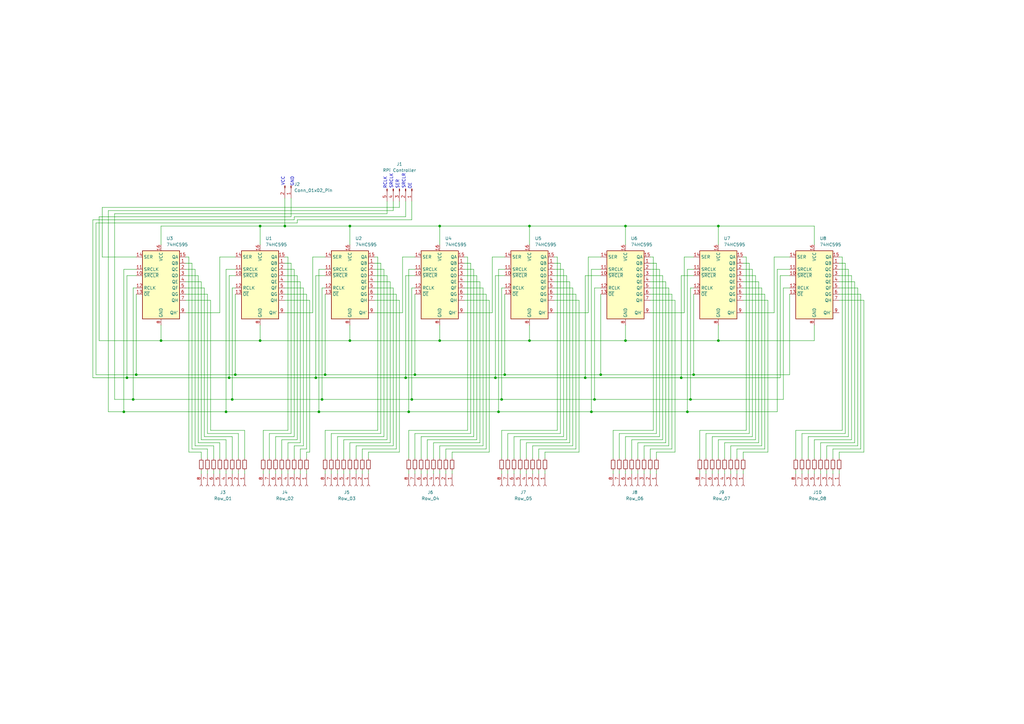
<source format=kicad_sch>
(kicad_sch (version 20230121) (generator eeschema)
  (paper "A3")
  (title_block (title "8x8 Led base Controller Module") (date "2023-12-07") (rev "01") (company "HOLO Cube v1") (comment 1 "Base controller Schematic"))
  (lib_symbols
    (symbol "74xx:74HC595"
      (property "Reference" "U" (at -7.62 13.97 0))
      (property "Value" "74HC595" (at -7.62 -16.51 0))
      (symbol "74HC595_1_0"
        (pin tri_state line (at 10.16 7.62 180) (length 2.54) (name "QB") (number "1"))
        (pin input line (at -10.16 2.54 0) (length 2.54) (name "~{SRCLR}") (number "10"))
        (pin input line (at -10.16 5.08 0) (length 2.54) (name "SRCLK") (number "11"))
        (pin input line (at -10.16 -2.54 0) (length 2.54) (name "RCLK") (number "12"))
        (pin input line (at -10.16 -5.08 0) (length 2.54) (name "~{OE}") (number "13"))
        (pin input line (at -10.16 10.16 0) (length 2.54) (name "SER") (number "14"))
        (pin tri_state line (at 10.16 10.16 180) (length 2.54) (name "QA") (number "15"))
        (pin power_in line (at 0 15.24 270) (length 2.54) (name "VCC") (number "16"))
        (pin tri_state line (at 10.16 5.08 180) (length 2.54) (name "QC") (number "2"))
        (pin tri_state line (at 10.16 2.54 180) (length 2.54) (name "QD") (number "3"))
        (pin tri_state line (at 10.16 0 180) (length 2.54) (name "QE") (number "4"))
        (pin tri_state line (at 10.16 -2.54 180) (length 2.54) (name "QF") (number "5"))
        (pin tri_state line (at 10.16 -5.08 180) (length 2.54) (name "QG") (number "6"))
        (pin tri_state line (at 10.16 -7.62 180) (length 2.54) (name "QH") (number "7"))
        (pin power_in line (at 0 -17.78 90) (length 2.54) (name "GND") (number "8"))
        (pin output line (at 10.16 -12.7 180) (length 2.54) (name "QH'") (number "9"))
      )
    )
    (symbol "Connector:Conn_01x02_Pin" (pin_names (offset 1.016) hide)
      (property "Reference" "J" (at 0 2.54 0))
      (property "Value" "Conn_01x02_Pin" (at 0 -5.08 0))
      (symbol "Conn_01x02_Pin_1_1"
        (pin passive line (at 5.08 0 180) (length 3.81) (name "Pin_1") (number "1"))
        (pin passive line (at 5.08 -2.54 180) (length 3.81) (name "Pin_2") (number "2"))
      )
    )
    (symbol "Connector:Conn_01x05_Pin" (pin_names (offset 1.016) hide)
      (property "Reference" "J" (at 0 7.62 0))
      (property "Value" "Conn_01x05_Pin" (at 0 -7.62 0))
      (symbol "Conn_01x05_Pin_1_1"
        (pin passive line (at 5.08 5.08 180) (length 3.81) (name "Pin_1") (number "1"))
        (pin passive line (at 5.08 2.54 180) (length 3.81) (name "Pin_2") (number "2"))
        (pin passive line (at 5.08 0 180) (length 3.81) (name "Pin_3") (number "3"))
        (pin passive line (at 5.08 -2.54 180) (length 3.81) (name "Pin_4") (number "4"))
        (pin passive line (at 5.08 -5.08 180) (length 3.81) (name "Pin_5") (number "5"))
      )
    )
    (symbol "Connector:Conn_01x08_Socket" (pin_names (offset 1.016) hide)
      (property "Reference" "J" (at 0 10.16 0))
      (property "Value" "Conn_01x08_Socket" (at 0 -12.7 0))
      (symbol "Conn_01x08_Socket_1_1"
        (pin passive line (at -5.08 7.62 0) (length 3.81) (name "Pin_1") (number "1"))
        (pin passive line (at -5.08 5.08 0) (length 3.81) (name "Pin_2") (number "2"))
        (pin passive line (at -5.08 2.54 0) (length 3.81) (name "Pin_3") (number "3"))
        (pin passive line (at -5.08 0 0) (length 3.81) (name "Pin_4") (number "4"))
        (pin passive line (at -5.08 -2.54 0) (length 3.81) (name "Pin_5") (number "5"))
        (pin passive line (at -5.08 -5.08 0) (length 3.81) (name "Pin_6") (number "6"))
        (pin passive line (at -5.08 -7.62 0) (length 3.81) (name "Pin_7") (number "7"))
        (pin passive line (at -5.08 -10.16 0) (length 3.81) (name "Pin_8") (number "8"))
      )
    )
    (symbol "Device:R_Small" (pin_numbers hide) (pin_names (offset 0.254) hide)
      (property "Reference" "R" (at 0.762 0.508 0))
      (property "Value" "R_Small" (at 0.762 -1.016 0))
      (symbol "R_Small_1_1"
        (pin passive line (at 0 2.54 270) (length 0.762) (name "~") (number "1"))
        (pin passive line (at 0 -2.54 90) (length 0.762) (name "~") (number "2"))
      )
    )
  )
  (junction (at 133.35 153.67))
  (junction (at 92.71 168.91))
  (junction (at 55.88 153.67))
  (junction (at 217.17 139.7))
  (junction (at 240.03 154.94))
  (junction (at 143.51 139.7))
  (junction (at 256.54 92.71))
  (junction (at 279.4 154.94))
  (junction (at 132.08 163.83))
  (junction (at 143.51 92.71))
  (junction (at 281.94 168.91))
  (junction (at 180.34 139.7))
  (junction (at 246.38 153.67))
  (junction (at 256.54 139.7))
  (junction (at 180.34 92.71))
  (junction (at 204.47 168.91))
  (junction (at 170.18 153.67))
  (junction (at 52.07 154.94))
  (junction (at 54.61 163.83))
  (junction (at 106.68 92.71))
  (junction (at 116.84 92.71))
  (junction (at 106.68 139.7))
  (junction (at 283.21 163.83))
  (junction (at 243.84 163.83))
  (junction (at 284.48 153.67))
  (junction (at 242.57 168.91))
  (junction (at 168.91 163.83))
  (junction (at 166.37 154.94))
  (junction (at 207.01 153.67))
  (junction (at 50.8 168.91))
  (junction (at 203.2 154.94))
  (junction (at 130.81 168.91))
  (junction (at 294.64 92.71))
  (junction (at 217.17 92.71))
  (junction (at 96.52 153.67))
  (junction (at 66.04 139.7))
  (junction (at 294.64 139.7))
  (junction (at 95.25 163.83))
  (junction (at 167.64 168.91))
  (junction (at 129.54 154.94))
  (junction (at 93.98 154.94))
  (junction (at 205.74 163.83))
  (wire (pts (xy 92.71 180.34) (xy 92.71 187.96)))
  (wire (pts (xy 165.1 105.41) (xy 170.18 105.41)))
  (wire (pts (xy 205.74 176.53) (xy 205.74 187.96)))
  (wire (pts (xy 266.7 113.03) (xy 271.78 113.03)))
  (wire (pts (xy 270.51 110.49) (xy 270.51 179.07)))
  (wire (pts (xy 299.72 193.04) (xy 299.72 194.31)))
  (wire (pts (xy 242.57 168.91) (xy 281.94 168.91)))
  (wire (pts (xy 266.7 110.49) (xy 270.51 110.49)))
  (wire (pts (xy 190.5 113.03) (xy 195.58 113.03)))
  (wire (pts (xy 143.51 139.7) (xy 180.34 139.7)))
  (wire (pts (xy 190.5 105.41) (xy 191.77 105.41)))
  (wire (pts (xy 153.67 110.49) (xy 157.48 110.49)))
  (wire (pts (xy 283.21 163.83) (xy 321.31 163.83)))
  (wire (pts (xy 344.17 185.42) (xy 344.17 187.96)))
  (wire (pts (xy 266.7 115.57) (xy 273.05 115.57)))
  (wire (pts (xy 304.8 123.19) (xy 314.96 123.19)))
  (wire (pts (xy 349.25 113.03) (xy 349.25 180.34)))
  (wire (pts (xy 161.29 86.36) (xy 44.45 86.36)))
  (wire (pts (xy 140.97 180.34) (xy 140.97 187.96)))
  (wire (pts (xy 92.71 110.49) (xy 92.71 168.91)))
  (wire (pts (xy 116.84 115.57) (xy 123.19 115.57)))
  (wire (pts (xy 170.18 193.04) (xy 170.18 194.31)))
  (wire (pts (xy 292.1 179.07) (xy 292.1 187.96)))
  (wire (pts (xy 50.8 168.91) (xy 92.71 168.91)))
  (wire (pts (xy 162.56 120.65) (xy 162.56 184.15)))
  (wire (pts (xy 271.78 180.34) (xy 259.08 180.34)))
  (wire (pts (xy 120.65 182.88) (xy 120.65 187.96)))
  (wire (pts (xy 129.54 154.94) (xy 166.37 154.94)))
  (wire (pts (xy 92.71 193.04) (xy 92.71 194.31)))
  (wire (pts (xy 241.3 105.41) (xy 246.38 105.41)))
  (wire (pts (xy 52.07 154.94) (xy 93.98 154.94)))
  (wire (pts (xy 143.51 92.71) (xy 143.51 100.33)))
  (wire (pts (xy 55.88 153.67) (xy 96.52 153.67)))
  (wire (pts (xy 351.79 182.88) (xy 339.09 182.88)))
  (wire (pts (xy 256.54 133.35) (xy 256.54 139.7)))
  (wire (pts (xy 133.35 176.53) (xy 133.35 187.96)))
  (wire (pts (xy 182.88 193.04) (xy 182.88 194.31)))
  (wire (pts (xy 39.37 91.44) (xy 39.37 153.67)))
  (wire (pts (xy 294.64 180.34) (xy 294.64 187.96)))
  (wire (pts (xy 190.5 110.49) (xy 194.31 110.49)))
  (wire (pts (xy 269.24 185.42) (xy 269.24 187.96)))
  (wire (pts (xy 294.64 139.7) (xy 334.01 139.7)))
  (wire (pts (xy 168.91 118.11) (xy 168.91 163.83)))
  (wire (pts (xy 190.5 115.57) (xy 196.85 115.57)))
  (wire (pts (xy 323.85 110.49) (xy 318.77 110.49)))
  (wire (pts (xy 180.34 139.7) (xy 217.17 139.7)))
  (wire (pts (xy 240.03 154.94) (xy 279.4 154.94)))
  (wire (pts (xy 116.84 92.71) (xy 143.51 92.71)))
  (wire (pts (xy 127 185.42) (xy 125.73 185.42)))
  (wire (pts (xy 55.88 118.11) (xy 54.61 118.11)))
  (wire (pts (xy 90.17 193.04) (xy 90.17 194.31)))
  (wire (pts (xy 347.98 179.07) (xy 331.47 179.07)))
  (wire (pts (xy 328.93 177.8) (xy 328.93 187.96)))
  (wire (pts (xy 163.83 123.19) (xy 163.83 185.42)))
  (wire (pts (xy 223.52 193.04) (xy 223.52 194.31)))
  (wire (pts (xy 76.2 115.57) (xy 82.55 115.57)))
  (wire (pts (xy 344.17 123.19) (xy 354.33 123.19)))
  (wire (pts (xy 274.32 118.11) (xy 274.32 182.88)))
  (wire (pts (xy 266.7 105.41) (xy 267.97 105.41)))
  (wire (pts (xy 346.71 107.95) (xy 346.71 177.8)))
  (wire (pts (xy 251.46 193.04) (xy 251.46 194.31)))
  (wire (pts (xy 207.01 110.49) (xy 204.47 110.49)))
  (wire (pts (xy 120.65 90.17) (xy 38.1 90.17)))
  (wire (pts (xy 163.83 82.55) (xy 163.83 85.09)))
  (wire (pts (xy 283.21 118.11) (xy 283.21 163.83)))
  (wire (pts (xy 185.42 185.42) (xy 185.42 187.96)))
  (wire (pts (xy 246.38 113.03) (xy 240.03 113.03)))
  (wire (pts (xy 242.57 110.49) (xy 242.57 168.91)))
  (wire (pts (xy 90.17 128.27) (xy 90.17 105.41)))
  (wire (pts (xy 199.39 120.65) (xy 199.39 184.15)))
  (wire (pts (xy 80.01 182.88) (xy 87.63 182.88)))
  (wire (pts (xy 120.65 193.04) (xy 120.65 194.31)))
  (wire (pts (xy 227.33 113.03) (xy 232.41 113.03)))
  (wire (pts (xy 121.92 91.44) (xy 39.37 91.44)))
  (wire (pts (xy 163.83 85.09) (xy 41.91 85.09)))
  (wire (pts (xy 116.84 105.41) (xy 118.11 105.41)))
  (wire (pts (xy 281.94 110.49) (xy 281.94 168.91)))
  (wire (pts (xy 76.2 110.49) (xy 80.01 110.49)))
  (wire (pts (xy 220.98 184.15) (xy 220.98 187.96)))
  (wire (pts (xy 344.17 120.65) (xy 353.06 120.65)))
  (wire (pts (xy 284.48 153.67) (xy 323.85 153.67)))
  (wire (pts (xy 156.21 177.8) (xy 135.89 177.8)))
  (wire (pts (xy 182.88 184.15) (xy 182.88 187.96)))
  (wire (pts (xy 153.67 123.19) (xy 163.83 123.19)))
  (wire (pts (xy 156.21 107.95) (xy 156.21 177.8)))
  (wire (pts (xy 200.66 123.19) (xy 200.66 185.42)))
  (wire (pts (xy 344.17 113.03) (xy 349.25 113.03)))
  (wire (pts (xy 284.48 120.65) (xy 284.48 153.67)))
  (wire (pts (xy 133.35 153.67) (xy 170.18 153.67)))
  (wire (pts (xy 220.98 193.04) (xy 220.98 194.31)))
  (wire (pts (xy 119.38 107.95) (xy 119.38 177.8)))
  (wire (pts (xy 161.29 182.88) (xy 146.05 182.88)))
  (wire (pts (xy 123.19 193.04) (xy 123.19 194.31)))
  (wire (pts (xy 96.52 110.49) (xy 92.71 110.49)))
  (wire (pts (xy 39.37 153.67) (xy 55.88 153.67)))
  (wire (pts (xy 284.48 113.03) (xy 279.4 113.03)))
  (wire (pts (xy 116.84 123.19) (xy 127 123.19)))
  (wire (pts (xy 341.63 184.15) (xy 341.63 187.96)))
  (wire (pts (xy 302.26 184.15) (xy 302.26 187.96)))
  (wire (pts (xy 200.66 185.42) (xy 185.42 185.42)))
  (wire (pts (xy 266.7 118.11) (xy 274.32 118.11)))
  (wire (pts (xy 261.62 193.04) (xy 261.62 194.31)))
  (wire (pts (xy 170.18 120.65) (xy 170.18 153.67)))
  (wire (pts (xy 82.55 115.57) (xy 82.55 180.34)))
  (wire (pts (xy 294.64 92.71) (xy 334.01 92.71)))
  (wire (pts (xy 130.81 110.49) (xy 130.81 168.91)))
  (wire (pts (xy 312.42 182.88) (xy 299.72 182.88)))
  (wire (pts (xy 354.33 123.19) (xy 354.33 185.42)))
  (wire (pts (xy 269.24 107.95) (xy 269.24 177.8)))
  (wire (pts (xy 97.79 177.8) (xy 97.79 187.96)))
  (wire (pts (xy 284.48 118.11) (xy 283.21 118.11)))
  (wire (pts (xy 266.7 184.15) (xy 266.7 187.96)))
  (wire (pts (xy 118.11 181.61) (xy 118.11 187.96)))
  (wire (pts (xy 218.44 182.88) (xy 218.44 187.96)))
  (wire (pts (xy 313.69 120.65) (xy 313.69 184.15)))
  (wire (pts (xy 229.87 177.8) (xy 208.28 177.8)))
  (wire (pts (xy 204.47 110.49) (xy 204.47 168.91)))
  (wire (pts (xy 118.11 176.53) (xy 107.95 176.53)))
  (wire (pts (xy 237.49 123.19) (xy 237.49 185.42)))
  (wire (pts (xy 100.33 176.53) (xy 100.33 187.96)))
  (wire (pts (xy 113.03 179.07) (xy 113.03 187.96)))
  (wire (pts (xy 334.01 180.34) (xy 334.01 187.96)))
  (wire (pts (xy 116.84 128.27) (xy 128.27 128.27)))
  (wire (pts (xy 191.77 176.53) (xy 167.64 176.53)))
  (wire (pts (xy 229.87 107.95) (xy 229.87 177.8)))
  (wire (pts (xy 190.5 123.19) (xy 200.66 123.19)))
  (wire (pts (xy 339.09 182.88) (xy 339.09 187.96)))
  (wire (pts (xy 190.5 118.11) (xy 198.12 118.11)))
  (wire (pts (xy 341.63 193.04) (xy 341.63 194.31)))
  (wire (pts (xy 318.77 110.49) (xy 318.77 168.91)))
  (wire (pts (xy 198.12 182.88) (xy 180.34 182.88)))
  (wire (pts (xy 80.01 110.49) (xy 80.01 182.88)))
  (wire (pts (xy 55.88 120.65) (xy 55.88 153.67)))
  (wire (pts (xy 170.18 118.11) (xy 168.91 118.11)))
  (wire (pts (xy 334.01 193.04) (xy 334.01 194.31)))
  (wire (pts (xy 279.4 113.03) (xy 279.4 154.94)))
  (wire (pts (xy 273.05 181.61) (xy 261.62 181.61)))
  (wire (pts (xy 153.67 118.11) (xy 161.29 118.11)))
  (wire (pts (xy 54.61 163.83) (xy 95.25 163.83)))
  (wire (pts (xy 146.05 182.88) (xy 146.05 187.96)))
  (wire (pts (xy 170.18 153.67) (xy 207.01 153.67)))
  (wire (pts (xy 158.75 82.55) (xy 158.75 87.63)))
  (wire (pts (xy 294.64 193.04) (xy 294.64 194.31)))
  (wire (pts (xy 170.18 110.49) (xy 167.64 110.49)))
  (wire (pts (xy 251.46 176.53) (xy 251.46 187.96)))
  (wire (pts (xy 351.79 118.11) (xy 351.79 182.88)))
  (wire (pts (xy 77.47 105.41) (xy 77.47 185.42)))
  (wire (pts (xy 127 123.19) (xy 127 185.42)))
  (wire (pts (xy 96.52 153.67) (xy 133.35 153.67)))
  (wire (pts (xy 66.04 133.35) (xy 66.04 139.7)))
  (wire (pts (xy 196.85 115.57) (xy 196.85 181.61)))
  (wire (pts (xy 133.35 120.65) (xy 133.35 153.67)))
  (wire (pts (xy 77.47 185.42) (xy 82.55 185.42)))
  (wire (pts (xy 276.86 123.19) (xy 276.86 185.42)))
  (wire (pts (xy 135.89 193.04) (xy 135.89 194.31)))
  (wire (pts (xy 180.34 92.71) (xy 217.17 92.71)))
  (wire (pts (xy 336.55 193.04) (xy 336.55 194.31)))
  (wire (pts (xy 121.92 180.34) (xy 115.57 180.34)))
  (wire (pts (xy 177.8 181.61) (xy 177.8 187.96)))
  (wire (pts (xy 215.9 181.61) (xy 215.9 187.96)))
  (wire (pts (xy 193.04 107.95) (xy 193.04 177.8)))
  (wire (pts (xy 294.64 133.35) (xy 294.64 139.7)))
  (wire (pts (xy 270.51 179.07) (xy 256.54 179.07)))
  (wire (pts (xy 266.7 128.27) (xy 280.67 128.27)))
  (wire (pts (xy 125.73 185.42) (xy 125.73 187.96)))
  (wire (pts (xy 185.42 193.04) (xy 185.42 194.31)))
  (wire (pts (xy 130.81 168.91) (xy 167.64 168.91)))
  (wire (pts (xy 317.5 105.41) (xy 323.85 105.41)))
  (wire (pts (xy 116.84 81.28) (xy 116.84 92.71)))
  (wire (pts (xy 125.73 184.15) (xy 123.19 184.15)))
  (wire (pts (xy 191.77 105.41) (xy 191.77 176.53)))
  (wire (pts (xy 76.2 128.27) (xy 90.17 128.27)))
  (wire (pts (xy 205.74 118.11) (xy 205.74 163.83)))
  (wire (pts (xy 175.26 180.34) (xy 175.26 187.96)))
  (wire (pts (xy 76.2 120.65) (xy 85.09 120.65)))
  (wire (pts (xy 328.93 193.04) (xy 328.93 194.31)))
  (wire (pts (xy 172.72 193.04) (xy 172.72 194.31)))
  (wire (pts (xy 236.22 120.65) (xy 236.22 184.15)))
  (wire (pts (xy 125.73 120.65) (xy 125.73 184.15)))
  (wire (pts (xy 198.12 118.11) (xy 198.12 182.88)))
  (wire (pts (xy 208.28 193.04) (xy 208.28 194.31)))
  (wire (pts (xy 66.04 92.71) (xy 66.04 100.33)))
  (wire (pts (xy 196.85 181.61) (xy 177.8 181.61)))
  (wire (pts (xy 312.42 118.11) (xy 312.42 182.88)))
  (wire (pts (xy 331.47 193.04) (xy 331.47 194.31)))
  (wire (pts (xy 289.56 177.8) (xy 289.56 187.96)))
  (wire (pts (xy 304.8 113.03) (xy 309.88 113.03)))
  (wire (pts (xy 76.2 113.03) (xy 81.28 113.03)))
  (wire (pts (xy 85.09 120.65) (xy 85.09 177.8)))
  (wire (pts (xy 161.29 118.11) (xy 161.29 182.88)))
  (wire (pts (xy 256.54 92.71) (xy 294.64 92.71)))
  (wire (pts (xy 78.74 107.95) (xy 78.74 184.15)))
  (wire (pts (xy 345.44 176.53) (xy 326.39 176.53)))
  (wire (pts (xy 269.24 193.04) (xy 269.24 194.31)))
  (wire (pts (xy 299.72 182.88) (xy 299.72 187.96)))
  (wire (pts (xy 180.34 100.33) (xy 180.34 92.71)))
  (wire (pts (xy 76.2 107.95) (xy 78.74 107.95)))
  (wire (pts (xy 309.88 180.34) (xy 294.64 180.34)))
  (wire (pts (xy 194.31 110.49) (xy 194.31 179.07)))
  (wire (pts (xy 213.36 193.04) (xy 213.36 194.31)))
  (wire (pts (xy 227.33 128.27) (xy 241.3 128.27)))
  (wire (pts (xy 323.85 120.65) (xy 323.85 153.67)))
  (wire (pts (xy 163.83 185.42) (xy 151.13 185.42)))
  (wire (pts (xy 107.95 176.53) (xy 107.95 187.96)))
  (wire (pts (xy 231.14 179.07) (xy 210.82 179.07)))
  (wire (pts (xy 284.48 110.49) (xy 281.94 110.49)))
  (wire (pts (xy 326.39 193.04) (xy 326.39 194.31)))
  (wire (pts (xy 232.41 180.34) (xy 213.36 180.34)))
  (wire (pts (xy 153.67 107.95) (xy 156.21 107.95)))
  (wire (pts (xy 246.38 110.49) (xy 242.57 110.49)))
  (wire (pts (xy 304.8 118.11) (xy 312.42 118.11)))
  (wire (pts (xy 349.25 180.34) (xy 334.01 180.34)))
  (wire (pts (xy 148.59 193.04) (xy 148.59 194.31)))
  (wire (pts (xy 107.95 193.04) (xy 107.95 194.31)))
  (wire (pts (xy 52.07 113.03) (xy 52.07 154.94)))
  (wire (pts (xy 304.8 107.95) (xy 307.34 107.95)))
  (wire (pts (xy 215.9 193.04) (xy 215.9 194.31)))
  (wire (pts (xy 323.85 113.03) (xy 320.04 113.03)))
  (wire (pts (xy 294.64 92.71) (xy 294.64 100.33)))
  (wire (pts (xy 110.49 177.8) (xy 110.49 187.96)))
  (wire (pts (xy 133.35 118.11) (xy 132.08 118.11)))
  (wire (pts (xy 116.84 120.65) (xy 125.73 120.65)))
  (wire (pts (xy 281.94 168.91) (xy 318.77 168.91)))
  (wire (pts (xy 280.67 105.41) (xy 284.48 105.41)))
  (wire (pts (xy 132.08 118.11) (xy 132.08 163.83)))
  (wire (pts (xy 227.33 115.57) (xy 233.68 115.57)))
  (wire (pts (xy 304.8 193.04) (xy 304.8 194.31)))
  (wire (pts (xy 87.63 182.88) (xy 87.63 187.96)))
  (wire (pts (xy 347.98 110.49) (xy 347.98 179.07)))
  (wire (pts (xy 41.91 85.09) (xy 41.91 105.41)))
  (wire (pts (xy 336.55 181.61) (xy 336.55 187.96)))
  (wire (pts (xy 153.67 105.41) (xy 154.94 105.41)))
  (wire (pts (xy 120.65 88.9) (xy 166.37 88.9)))
  (wire (pts (xy 54.61 118.11) (xy 54.61 163.83)))
  (wire (pts (xy 331.47 179.07) (xy 331.47 187.96)))
  (wire (pts (xy 106.68 92.71) (xy 116.84 92.71)))
  (wire (pts (xy 175.26 193.04) (xy 175.26 194.31)))
  (wire (pts (xy 344.17 115.57) (xy 350.52 115.57)))
  (wire (pts (xy 264.16 182.88) (xy 264.16 187.96)))
  (wire (pts (xy 157.48 179.07) (xy 138.43 179.07)))
  (wire (pts (xy 135.89 177.8) (xy 135.89 187.96)))
  (wire (pts (xy 154.94 105.41) (xy 154.94 176.53)))
  (wire (pts (xy 232.41 113.03) (xy 232.41 180.34)))
  (wire (pts (xy 46.99 87.63) (xy 46.99 163.83)))
  (wire (pts (xy 116.84 113.03) (xy 121.92 113.03)))
  (wire (pts (xy 121.92 90.17) (xy 121.92 91.44)))
  (wire (pts (xy 199.39 184.15) (xy 182.88 184.15)))
  (wire (pts (xy 92.71 168.91) (xy 130.81 168.91)))
  (wire (pts (xy 311.15 115.57) (xy 311.15 181.61)))
  (wire (pts (xy 50.8 110.49) (xy 50.8 168.91)))
  (wire (pts (xy 259.08 193.04) (xy 259.08 194.31)))
  (wire (pts (xy 40.64 139.7) (xy 66.04 139.7)))
  (wire (pts (xy 40.64 88.9) (xy 40.64 139.7)))
  (wire (pts (xy 138.43 193.04) (xy 138.43 194.31)))
  (wire (pts (xy 120.65 179.07) (xy 113.03 179.07)))
  (wire (pts (xy 106.68 139.7) (xy 143.51 139.7)))
  (wire (pts (xy 233.68 181.61) (xy 215.9 181.61)))
  (wire (pts (xy 95.25 193.04) (xy 95.25 194.31)))
  (wire (pts (xy 289.56 193.04) (xy 289.56 194.31)))
  (wire (pts (xy 304.8 185.42) (xy 304.8 187.96)))
  (wire (pts (xy 344.17 193.04) (xy 344.17 194.31)))
  (wire (pts (xy 119.38 177.8) (xy 110.49 177.8)))
  (wire (pts (xy 153.67 113.03) (xy 158.75 113.03)))
  (wire (pts (xy 304.8 128.27) (xy 317.5 128.27)))
  (wire (pts (xy 307.34 107.95) (xy 307.34 177.8)))
  (wire (pts (xy 353.06 120.65) (xy 353.06 184.15)))
  (wire (pts (xy 180.34 133.35) (xy 180.34 139.7)))
  (wire (pts (xy 308.61 110.49) (xy 308.61 179.07)))
  (wire (pts (xy 205.74 163.83) (xy 243.84 163.83)))
  (wire (pts (xy 334.01 139.7) (xy 334.01 133.35)))
  (wire (pts (xy 41.91 105.41) (xy 55.88 105.41)))
  (wire (pts (xy 217.17 133.35) (xy 217.17 139.7)))
  (wire (pts (xy 302.26 193.04) (xy 302.26 194.31)))
  (wire (pts (xy 66.04 139.7) (xy 106.68 139.7)))
  (wire (pts (xy 243.84 118.11) (xy 243.84 163.83)))
  (wire (pts (xy 234.95 182.88) (xy 218.44 182.88)))
  (wire (pts (xy 297.18 181.61) (xy 297.18 187.96)))
  (wire (pts (xy 210.82 179.07) (xy 210.82 187.96)))
  (wire (pts (xy 273.05 115.57) (xy 273.05 181.61)))
  (wire (pts (xy 38.1 154.94) (xy 52.07 154.94)))
  (wire (pts (xy 344.17 105.41) (xy 345.44 105.41)))
  (wire (pts (xy 100.33 193.04) (xy 100.33 194.31)))
  (wire (pts (xy 306.07 105.41) (xy 306.07 176.53)))
  (wire (pts (xy 168.91 90.17) (xy 121.92 90.17)))
  (wire (pts (xy 118.11 193.04) (xy 118.11 194.31)))
  (wire (pts (xy 275.59 184.15) (xy 266.7 184.15)))
  (wire (pts (xy 124.46 118.11) (xy 124.46 182.88)))
  (wire (pts (xy 297.18 193.04) (xy 297.18 194.31)))
  (wire (pts (xy 345.44 105.41) (xy 345.44 176.53)))
  (wire (pts (xy 227.33 123.19) (xy 237.49 123.19)))
  (wire (pts (xy 264.16 193.04) (xy 264.16 194.31)))
  (wire (pts (xy 240.03 113.03) (xy 240.03 154.94)))
  (wire (pts (xy 180.34 193.04) (xy 180.34 194.31)))
  (wire (pts (xy 121.92 113.03) (xy 121.92 180.34)))
  (wire (pts (xy 190.5 120.65) (xy 199.39 120.65)))
  (wire (pts (xy 96.52 113.03) (xy 93.98 113.03)))
  (wire (pts (xy 246.38 120.65) (xy 246.38 153.67)))
  (wire (pts (xy 55.88 110.49) (xy 50.8 110.49)))
  (wire (pts (xy 271.78 113.03) (xy 271.78 180.34)))
  (wire (pts (xy 40.64 88.9) (xy 119.38 88.9)))
  (wire (pts (xy 354.33 185.42) (xy 344.17 185.42)))
  (wire (pts (xy 320.04 113.03) (xy 320.04 154.94)))
  (wire (pts (xy 304.8 105.41) (xy 306.07 105.41)))
  (wire (pts (xy 207.01 153.67) (xy 246.38 153.67)))
  (wire (pts (xy 323.85 118.11) (xy 321.31 118.11)))
  (wire (pts (xy 304.8 115.57) (xy 311.15 115.57)))
  (wire (pts (xy 261.62 181.61) (xy 261.62 187.96)))
  (wire (pts (xy 95.25 118.11) (xy 95.25 163.83)))
  (wire (pts (xy 44.45 168.91) (xy 50.8 168.91)))
  (wire (pts (xy 334.01 100.33) (xy 334.01 92.71)))
  (wire (pts (xy 317.5 128.27) (xy 317.5 105.41)))
  (wire (pts (xy 143.51 92.71) (xy 180.34 92.71)))
  (wire (pts (xy 321.31 118.11) (xy 321.31 163.83)))
  (wire (pts (xy 95.25 163.83) (xy 132.08 163.83)))
  (wire (pts (xy 201.93 128.27) (xy 201.93 105.41)))
  (wire (pts (xy 86.36 123.19) (xy 86.36 176.53)))
  (wire (pts (xy 280.67 128.27) (xy 280.67 105.41)))
  (wire (pts (xy 38.1 90.17) (xy 38.1 154.94)))
  (wire (pts (xy 217.17 92.71) (xy 217.17 100.33)))
  (wire (pts (xy 227.33 107.95) (xy 229.87 107.95)))
  (wire (pts (xy 234.95 118.11) (xy 234.95 182.88)))
  (wire (pts (xy 158.75 113.03) (xy 158.75 180.34)))
  (wire (pts (xy 203.2 113.03) (xy 203.2 154.94)))
  (wire (pts (xy 133.35 193.04) (xy 133.35 194.31)))
  (wire (pts (xy 259.08 180.34) (xy 259.08 187.96)))
  (wire (pts (xy 140.97 193.04) (xy 140.97 194.31)))
  (wire (pts (xy 195.58 113.03) (xy 195.58 180.34)))
  (wire (pts (xy 304.8 120.65) (xy 313.69 120.65)))
  (wire (pts (xy 113.03 193.04) (xy 113.03 194.31)))
  (wire (pts (xy 86.36 176.53) (xy 100.33 176.53)))
  (wire (pts (xy 116.84 118.11) (xy 124.46 118.11)))
  (wire (pts (xy 208.28 177.8) (xy 208.28 187.96)))
  (wire (pts (xy 207.01 120.65) (xy 207.01 153.67)))
  (wire (pts (xy 311.15 181.61) (xy 297.18 181.61)))
  (wire (pts (xy 227.33 118.11) (xy 234.95 118.11)))
  (wire (pts (xy 350.52 181.61) (xy 336.55 181.61)))
  (wire (pts (xy 82.55 193.04) (xy 82.55 194.31)))
  (wire (pts (xy 210.82 193.04) (xy 210.82 194.31)))
  (wire (pts (xy 115.57 193.04) (xy 115.57 194.31)))
  (wire (pts (xy 93.98 113.03) (xy 93.98 154.94)))
  (wire (pts (xy 287.02 193.04) (xy 287.02 194.31)))
  (wire (pts (xy 223.52 185.42) (xy 223.52 187.96)))
  (wire (pts (xy 193.04 177.8) (xy 170.18 177.8)))
  (wire (pts (xy 76.2 123.19) (xy 86.36 123.19)))
  (wire (pts (xy 228.6 105.41) (xy 228.6 176.53)))
  (wire (pts (xy 227.33 120.65) (xy 236.22 120.65)))
  (wire (pts (xy 227.33 105.41) (xy 228.6 105.41)))
  (wire (pts (xy 151.13 185.42) (xy 151.13 187.96)))
  (wire (pts (xy 167.64 176.53) (xy 167.64 187.96)))
  (wire (pts (xy 87.63 193.04) (xy 87.63 194.31)))
  (wire (pts (xy 76.2 105.41) (xy 77.47 105.41)))
  (wire (pts (xy 90.17 105.41) (xy 96.52 105.41)))
  (wire (pts (xy 276.86 185.42) (xy 269.24 185.42)))
  (wire (pts (xy 143.51 181.61) (xy 143.51 187.96)))
  (wire (pts (xy 241.3 128.27) (xy 241.3 105.41)))
  (wire (pts (xy 81.28 113.03) (xy 81.28 181.61)))
  (wire (pts (xy 237.49 185.42) (xy 223.52 185.42)))
  (wire (pts (xy 227.33 110.49) (xy 231.14 110.49)))
  (wire (pts (xy 246.38 118.11) (xy 243.84 118.11)))
  (wire (pts (xy 153.67 115.57) (xy 160.02 115.57)))
  (wire (pts (xy 119.38 81.28) (xy 119.38 88.9)))
  (wire (pts (xy 314.96 185.42) (xy 304.8 185.42)))
  (wire (pts (xy 128.27 105.41) (xy 133.35 105.41)))
  (wire (pts (xy 275.59 120.65) (xy 275.59 184.15)))
  (wire (pts (xy 180.34 182.88) (xy 180.34 187.96)))
  (wire (pts (xy 339.09 193.04) (xy 339.09 194.31)))
  (wire (pts (xy 55.88 113.03) (xy 52.07 113.03)))
  (wire (pts (xy 170.18 113.03) (xy 166.37 113.03)))
  (wire (pts (xy 205.74 193.04) (xy 205.74 194.31)))
  (wire (pts (xy 274.32 182.88) (xy 264.16 182.88)))
  (wire (pts (xy 177.8 193.04) (xy 177.8 194.31)))
  (wire (pts (xy 143.51 193.04) (xy 143.51 194.31)))
  (wire (pts (xy 120.65 110.49) (xy 120.65 179.07)))
  (wire (pts (xy 85.09 193.04) (xy 85.09 194.31)))
  (wire (pts (xy 165.1 128.27) (xy 165.1 105.41)))
  (wire (pts (xy 106.68 92.71) (xy 66.04 92.71)))
  (wire (pts (xy 106.68 133.35) (xy 106.68 139.7)))
  (wire (pts (xy 170.18 177.8) (xy 170.18 187.96)))
  (wire (pts (xy 158.75 180.34) (xy 140.97 180.34)))
  (wire (pts (xy 162.56 184.15) (xy 148.59 184.15)))
  (wire (pts (xy 123.19 184.15) (xy 123.19 187.96)))
  (wire (pts (xy 228.6 176.53) (xy 205.74 176.53)))
  (wire (pts (xy 78.74 184.15) (xy 85.09 184.15)))
  (wire (pts (xy 125.73 193.04) (xy 125.73 194.31)))
  (wire (pts (xy 82.55 180.34) (xy 92.71 180.34)))
  (wire (pts (xy 97.79 193.04) (xy 97.79 194.31)))
  (wire (pts (xy 93.98 154.94) (xy 129.54 154.94)))
  (wire (pts (xy 267.97 105.41) (xy 267.97 176.53)))
  (wire (pts (xy 344.17 118.11) (xy 351.79 118.11)))
  (wire (pts (xy 266.7 123.19) (xy 276.86 123.19)))
  (wire (pts (xy 287.02 176.53) (xy 287.02 187.96)))
  (wire (pts (xy 190.5 128.27) (xy 201.93 128.27)))
  (wire (pts (xy 279.4 154.94) (xy 320.04 154.94)))
  (wire (pts (xy 106.68 92.71) (xy 106.68 100.33)))
  (wire (pts (xy 133.35 110.49) (xy 130.81 110.49)))
  (wire (pts (xy 217.17 92.71) (xy 256.54 92.71)))
  (wire (pts (xy 123.19 181.61) (xy 118.11 181.61)))
  (wire (pts (xy 307.34 177.8) (xy 289.56 177.8)))
  (wire (pts (xy 151.13 193.04) (xy 151.13 194.31)))
  (wire (pts (xy 85.09 177.8) (xy 97.79 177.8)))
  (wire (pts (xy 116.84 110.49) (xy 120.65 110.49)))
  (wire (pts (xy 83.82 179.07) (xy 95.25 179.07)))
  (wire (pts (xy 267.97 176.53) (xy 251.46 176.53)))
  (wire (pts (xy 96.52 120.65) (xy 96.52 153.67)))
  (wire (pts (xy 168.91 163.83) (xy 205.74 163.83)))
  (wire (pts (xy 167.64 168.91) (xy 204.47 168.91)))
  (wire (pts (xy 236.22 184.15) (xy 220.98 184.15)))
  (wire (pts (xy 231.14 110.49) (xy 231.14 179.07)))
  (wire (pts (xy 346.71 177.8) (xy 328.93 177.8)))
  (wire (pts (xy 123.19 115.57) (xy 123.19 181.61)))
  (wire (pts (xy 160.02 115.57) (xy 160.02 181.61)))
  (wire (pts (xy 350.52 115.57) (xy 350.52 181.61)))
  (wire (pts (xy 207.01 113.03) (xy 203.2 113.03)))
  (wire (pts (xy 309.88 113.03) (xy 309.88 180.34)))
  (wire (pts (xy 217.17 139.7) (xy 256.54 139.7)))
  (wire (pts (xy 166.37 113.03) (xy 166.37 154.94)))
  (wire (pts (xy 201.93 105.41) (xy 207.01 105.41)))
  (wire (pts (xy 95.25 179.07) (xy 95.25 187.96)))
  (wire (pts (xy 115.57 180.34) (xy 115.57 187.96)))
  (wire (pts (xy 81.28 181.61) (xy 90.17 181.61)))
  (wire (pts (xy 353.06 184.15) (xy 341.63 184.15)))
  (wire (pts (xy 243.84 163.83) (xy 283.21 163.83)))
  (wire (pts (xy 218.44 193.04) (xy 218.44 194.31)))
  (wire (pts (xy 213.36 180.34) (xy 213.36 187.96)))
  (wire (pts (xy 166.37 82.55) (xy 166.37 88.9)))
  (wire (pts (xy 207.01 118.11) (xy 205.74 118.11)))
  (wire (pts (xy 256.54 193.04) (xy 256.54 194.31)))
  (wire (pts (xy 266.7 107.95) (xy 269.24 107.95)))
  (wire (pts (xy 246.38 153.67) (xy 284.48 153.67)))
  (wire (pts (xy 326.39 176.53) (xy 326.39 187.96)))
  (wire (pts (xy 166.37 154.94) (xy 203.2 154.94)))
  (wire (pts (xy 132.08 163.83) (xy 168.91 163.83)))
  (wire (pts (xy 158.75 87.63) (xy 46.99 87.63)))
  (wire (pts (xy 266.7 120.65) (xy 275.59 120.65)))
  (wire (pts (xy 172.72 179.07) (xy 172.72 187.96)))
  (wire (pts (xy 306.07 176.53) (xy 287.02 176.53)))
  (wire (pts (xy 46.99 163.83) (xy 54.61 163.83)))
  (wire (pts (xy 128.27 128.27) (xy 128.27 105.41)))
  (wire (pts (xy 116.84 107.95) (xy 119.38 107.95)))
  (wire (pts (xy 76.2 118.11) (xy 83.82 118.11)))
  (wire (pts (xy 344.17 110.49) (xy 347.98 110.49)))
  (wire (pts (xy 344.17 107.95) (xy 346.71 107.95)))
  (wire (pts (xy 138.43 179.07) (xy 138.43 187.96)))
  (wire (pts (xy 157.48 110.49) (xy 157.48 179.07)))
  (wire (pts (xy 313.69 184.15) (xy 302.26 184.15)))
  (wire (pts (xy 256.54 139.7) (xy 294.64 139.7)))
  (wire (pts (xy 161.29 82.55) (xy 161.29 86.36)))
  (wire (pts (xy 83.82 118.11) (xy 83.82 179.07)))
  (wire (pts (xy 204.47 168.91) (xy 242.57 168.91)))
  (wire (pts (xy 168.91 82.55) (xy 168.91 90.17)))
  (wire (pts (xy 85.09 184.15) (xy 85.09 187.96)))
  (wire (pts (xy 120.65 88.9) (xy 120.65 90.17)))
  (wire (pts (xy 194.31 179.07) (xy 172.72 179.07)))
  (wire (pts (xy 266.7 193.04) (xy 266.7 194.31)))
  (wire (pts (xy 133.35 113.03) (xy 129.54 113.03)))
  (wire (pts (xy 153.67 120.65) (xy 162.56 120.65)))
  (wire (pts (xy 167.64 110.49) (xy 167.64 168.91)))
  (wire (pts (xy 110.49 193.04) (xy 110.49 194.31)))
  (wire (pts (xy 90.17 181.61) (xy 90.17 187.96)))
  (wire (pts (xy 146.05 193.04) (xy 146.05 194.31)))
  (wire (pts (xy 167.64 193.04) (xy 167.64 194.31)))
  (wire (pts (xy 44.45 86.36) (xy 44.45 168.91)))
  (wire (pts (xy 256.54 179.07) (xy 256.54 187.96)))
  (wire (pts (xy 190.5 107.95) (xy 193.04 107.95)))
  (wire (pts (xy 203.2 154.94) (xy 240.03 154.94)))
  (wire (pts (xy 314.96 123.19) (xy 314.96 185.42)))
  (wire (pts (xy 118.11 105.41) (xy 118.11 176.53)))
  (wire (pts (xy 129.54 113.03) (xy 129.54 154.94)))
  (wire (pts (xy 160.02 181.61) (xy 143.51 181.61)))
  (wire (pts (xy 96.52 118.11) (xy 95.25 118.11)))
  (wire (pts (xy 154.94 176.53) (xy 133.35 176.53)))
  (wire (pts (xy 233.68 115.57) (xy 233.68 181.61)))
  (wire (pts (xy 292.1 193.04) (xy 292.1 194.31)))
  (wire (pts (xy 124.46 182.88) (xy 120.65 182.88)))
  (wire (pts (xy 304.8 110.49) (xy 308.61 110.49)))
  (wire (pts (xy 195.58 180.34) (xy 175.26 180.34)))
  (wire (pts (xy 308.61 179.07) (xy 292.1 179.07)))
  (wire (pts (xy 254 177.8) (xy 254 187.96)))
  (wire (pts (xy 143.51 133.35) (xy 143.51 139.7)))
  (wire (pts (xy 254 193.04) (xy 254 194.31)))
  (wire (pts (xy 153.67 128.27) (xy 165.1 128.27)))
  (wire (pts (xy 256.54 92.71) (xy 256.54 100.33)))
  (wire (pts (xy 148.59 184.15) (xy 148.59 187.96)))
  (wire (pts (xy 82.55 185.42) (xy 82.55 187.96)))
  (wire (pts (xy 269.24 177.8) (xy 254 177.8)))
  (text "GND" (at 120.65 72.39 90) (effects (font (size 1.27 1.27)) (justify right bottom)))
  (text "OE" (at 168.91 74.93 90) (effects (font (size 1.27 1.27)) (justify right bottom)))
  (text "RCLK" (at 158.75 72.39 90) (effects (font (size 1.27 1.27)) (justify right bottom)))
  (text "SER" (at 163.83 73.66 90) (effects (font (size 1.27 1.27)) (justify right bottom)))
  (text "VCC" (at 116.84 72.39 90) (effects (font (size 1.27 1.27)) (justify right bottom)))
  (text "SRCLK\n" (at 161.29 71.12 90) (effects (font (size 1.27 1.27)) (justify right bottom)))
  (text "SRCLR" (at 166.37 71.12 90) (effects (font (size 1.27 1.27)) (justify right bottom)))
  (symbol (lib_id "Device:R_Small") (at 254 190.5 0) (unit 1)
    (property "Reference" "R42" (effects hide))
    (property "Value" "R_Small" (effects hide))
    (property "Footprint" "Resistor_THT:R_Axial_DIN0204_L3.6mm_D1.6mm_P5.08mm_Vertical" (effects hide))
  )
  (symbol (lib_id "Device:R_Small") (at 125.73 190.5 0) (unit 1)
    (property "Reference" "R16" (effects hide))
    (property "Value" "R_Small" (effects hide))
    (property "Footprint" "Resistor_THT:R_Axial_DIN0204_L3.6mm_D1.6mm_P5.08mm_Vertical" (effects hide))
  )
  (symbol (lib_id "Device:R_Small") (at 123.19 190.5 0) (unit 1)
    (property "Reference" "R15" (effects hide))
    (property "Value" "R_Small" (effects hide))
    (property "Footprint" "Resistor_THT:R_Axial_DIN0204_L3.6mm_D1.6mm_P5.08mm_Vertical" (effects hide))
  )
  (symbol (lib_id "Device:R_Small") (at 182.88 190.5 0) (unit 1)
    (property "Reference" "R31" (effects hide))
    (property "Value" "R_Small" (effects hide))
    (property "Footprint" "Resistor_THT:R_Axial_DIN0204_L3.6mm_D1.6mm_P5.08mm_Vertical" (effects hide))
  )
  (symbol (lib_id "Device:R_Small") (at 138.43 190.5 0) (unit 1)
    (property "Reference" "R19" (effects hide))
    (property "Value" "R_Small" (effects hide))
    (property "Footprint" "Resistor_THT:R_Axial_DIN0204_L3.6mm_D1.6mm_P5.08mm_Vertical" (effects hide))
  )
  (symbol (lib_id "Device:R_Small") (at 292.1 190.5 0) (unit 1)
    (property "Reference" "R51" (effects hide))
    (property "Value" "R_Small" (effects hide))
    (property "Footprint" "Resistor_THT:R_Axial_DIN0204_L3.6mm_D1.6mm_P5.08mm_Vertical" (effects hide))
  )
  (symbol (lib_id "Device:R_Small") (at 328.93 190.5 0) (unit 1)
    (property "Reference" "R58" (effects hide))
    (property "Value" "R_Small" (effects hide))
    (property "Footprint" "Resistor_THT:R_Axial_DIN0204_L3.6mm_D1.6mm_P5.08mm_Vertical" (effects hide))
  )
  (symbol (lib_id "74xx:74HC595") (at 66.04 115.57 0) (unit 1)
    (property "Reference" "U3" (at 68.2341 97.79 0) (effects (justify left)))
    (property "Value" "74HC595" (at 68.2341 100.33 0) (effects (justify left)))
    (property "Footprint" "Package_DIP:DIP-16_W7.62mm_LongPads" (effects hide))
    (property "Datasheet" "http://www.ti.com/lit/ds/symlink/sn74hc595.pdf" (effects hide))
  )
  (symbol (lib_id "Connector:Conn_01x08_Socket") (at 177.8 199.39 270) (unit 1)
    (property "Reference" "J6" (at 176.53 201.93 90))
    (property "Value" "Row_04" (at 176.53 204.47 90))
    (property "Footprint" "Connector_PinHeader_1.00mm:PinHeader_1x08_P1.00mm_Vertical" (effects hide))
  )
  (symbol (lib_id "Device:R_Small") (at 213.36 190.5 0) (unit 1)
    (property "Reference" "R36" (effects hide))
    (property "Value" "R_Small" (effects hide))
    (property "Footprint" "Resistor_THT:R_Axial_DIN0204_L3.6mm_D1.6mm_P5.08mm_Vertical" (effects hide))
  )
  (symbol (lib_id "Device:R_Small") (at 220.98 190.5 0) (unit 1)
    (property "Reference" "R39" (effects hide))
    (property "Value" "R_Small" (effects hide))
    (property "Footprint" "Resistor_THT:R_Axial_DIN0204_L3.6mm_D1.6mm_P5.08mm_Vertical" (effects hide))
  )
  (symbol (lib_id "Device:R_Small") (at 297.18 190.5 0) (unit 1)
    (property "Reference" "R53" (effects hide))
    (property "Value" "R_Small" (effects hide))
    (property "Footprint" "Resistor_THT:R_Axial_DIN0204_L3.6mm_D1.6mm_P5.08mm_Vertical" (effects hide))
  )
  (symbol (lib_id "Device:R_Small") (at 344.17 190.5 0) (unit 1)
    (property "Reference" "R64" (effects hide))
    (property "Value" "R_Small" (effects hide))
    (property "Footprint" "Resistor_THT:R_Axial_DIN0204_L3.6mm_D1.6mm_P5.08mm_Vertical" (effects hide))
  )
  (symbol (lib_id "Device:R_Small") (at 205.74 190.5 0) (unit 1)
    (property "Reference" "R33" (effects hide))
    (property "Value" "R_Small" (effects hide))
    (property "Footprint" "Resistor_THT:R_Axial_DIN0204_L3.6mm_D1.6mm_P5.08mm_Vertical" (effects hide))
  )
  (symbol (lib_id "Device:R_Small") (at 334.01 190.5 0) (unit 1)
    (property "Reference" "R60" (effects hide))
    (property "Value" "R_Small" (effects hide))
    (property "Footprint" "Resistor_THT:R_Axial_DIN0204_L3.6mm_D1.6mm_P5.08mm_Vertical" (effects hide))
  )
  (symbol (lib_id "Device:R_Small") (at 208.28 190.5 0) (unit 1)
    (property "Reference" "R34" (effects hide))
    (property "Value" "R_Small" (effects hide))
    (property "Footprint" "Resistor_THT:R_Axial_DIN0204_L3.6mm_D1.6mm_P5.08mm_Vertical" (effects hide))
  )
  (symbol (lib_id "Device:R_Small") (at 172.72 190.5 0) (unit 1)
    (property "Reference" "R27" (effects hide))
    (property "Value" "R_Small" (effects hide))
    (property "Footprint" "Resistor_THT:R_Axial_DIN0204_L3.6mm_D1.6mm_P5.08mm_Vertical" (effects hide))
  )
  (symbol (lib_id "Device:R_Small") (at 87.63 190.5 0) (unit 1)
    (property "Reference" "R3" (effects hide))
    (property "Value" "R_Small" (effects hide))
    (property "Footprint" "Resistor_THT:R_Axial_DIN0204_L3.6mm_D1.6mm_P5.08mm_Vertical" (effects hide))
  )
  (symbol (lib_id "Device:R_Small") (at 339.09 190.5 0) (unit 1)
    (property "Reference" "R62" (effects hide))
    (property "Value" "R_Small" (effects hide))
    (property "Footprint" "Resistor_THT:R_Axial_DIN0204_L3.6mm_D1.6mm_P5.08mm_Vertical" (effects hide))
  )
  (symbol (lib_id "Device:R_Small") (at 218.44 190.5 0) (unit 1)
    (property "Reference" "R38" (effects hide))
    (property "Value" "R_Small" (effects hide))
    (property "Footprint" "Resistor_THT:R_Axial_DIN0204_L3.6mm_D1.6mm_P5.08mm_Vertical" (effects hide))
  )
  (symbol (lib_id "Device:R_Small") (at 120.65 190.5 0) (unit 1)
    (property "Reference" "R14" (effects hide))
    (property "Value" "R_Small" (effects hide))
    (property "Footprint" "Resistor_THT:R_Axial_DIN0204_L3.6mm_D1.6mm_P5.08mm_Vertical" (effects hide))
  )
  (symbol (lib_id "Device:R_Small") (at 113.03 190.5 0) (unit 1)
    (property "Reference" "R11" (effects hide))
    (property "Value" "R_Small" (effects hide))
    (property "Footprint" "Resistor_THT:R_Axial_DIN0204_L3.6mm_D1.6mm_P5.08mm_Vertical" (effects hide))
  )
  (symbol (lib_id "Connector:Conn_01x02_Pin") (at 119.38 76.2 270) (unit 1)
    (property "Reference" "J2" (at 120.65 75.565 90) (effects (justify left)))
    (property "Value" "Conn_01x02_Pin" (at 120.65 78.105 90) (effects (justify left)))
  )
  (symbol (lib_id "Device:R_Small") (at 266.7 190.5 0) (unit 1)
    (property "Reference" "R47" (effects hide))
    (property "Value" "R_Small" (effects hide))
    (property "Footprint" "Resistor_THT:R_Axial_DIN0204_L3.6mm_D1.6mm_P5.08mm_Vertical" (effects hide))
  )
  (symbol (lib_id "Device:R_Small") (at 326.39 190.5 0) (unit 1)
    (property "Reference" "R57" (effects hide))
    (property "Value" "R_Small" (effects hide))
    (property "Footprint" "Resistor_THT:R_Axial_DIN0204_L3.6mm_D1.6mm_P5.08mm_Vertical" (effects hide))
  )
  (symbol (lib_id "74xx:74HC595") (at 217.17 115.57 0) (unit 1)
    (property "Reference" "U5" (at 219.3641 97.79 0) (effects (justify left)))
    (property "Value" "74HC595" (at 219.3641 100.33 0) (effects (justify left)))
    (property "Footprint" "Package_DIP:DIP-16_W7.62mm_LongPads" (effects hide))
    (property "Datasheet" "http://www.ti.com/lit/ds/symlink/sn74hc595.pdf" (effects hide))
  )
  (symbol (lib_id "Device:R_Small") (at 177.8 190.5 0) (unit 1)
    (property "Reference" "R29" (effects hide))
    (property "Value" "R_Small" (effects hide))
    (property "Footprint" "Resistor_THT:R_Axial_DIN0204_L3.6mm_D1.6mm_P5.08mm_Vertical" (effects hide))
  )
  (symbol (lib_id "Device:R_Small") (at 135.89 190.5 0) (unit 1)
    (property "Reference" "R18" (effects hide))
    (property "Value" "R_Small" (effects hide))
    (property "Footprint" "Resistor_THT:R_Axial_DIN0204_L3.6mm_D1.6mm_P5.08mm_Vertical" (effects hide))
  )
  (symbol (lib_id "Device:R_Small") (at 289.56 190.5 0) (unit 1)
    (property "Reference" "R50" (effects hide))
    (property "Value" "R_Small" (effects hide))
    (property "Footprint" "Resistor_THT:R_Axial_DIN0204_L3.6mm_D1.6mm_P5.08mm_Vertical" (effects hide))
  )
  (symbol (lib_id "Device:R_Small") (at 331.47 190.5 0) (unit 1)
    (property "Reference" "R59" (effects hide))
    (property "Value" "R_Small" (effects hide))
    (property "Footprint" "Resistor_THT:R_Axial_DIN0204_L3.6mm_D1.6mm_P5.08mm_Vertical" (effects hide))
  )
  (symbol (lib_id "Device:R_Small") (at 143.51 190.5 0) (unit 1)
    (property "Reference" "R21" (effects hide))
    (property "Value" "R_Small" (effects hide))
    (property "Footprint" "Resistor_THT:R_Axial_DIN0204_L3.6mm_D1.6mm_P5.08mm_Vertical" (effects hide))
  )
  (symbol (lib_id "Device:R_Small") (at 167.64 190.5 0) (unit 1)
    (property "Reference" "R25" (effects hide))
    (property "Value" "R_Small" (effects hide))
    (property "Footprint" "Resistor_THT:R_Axial_DIN0204_L3.6mm_D1.6mm_P5.08mm_Vertical" (effects hide))
  )
  (symbol (lib_id "Device:R_Small") (at 264.16 190.5 0) (unit 1)
    (property "Reference" "R46" (effects hide))
    (property "Value" "R_Small" (effects hide))
    (property "Footprint" "Resistor_THT:R_Axial_DIN0204_L3.6mm_D1.6mm_P5.08mm_Vertical" (effects hide))
  )
  (symbol (lib_id "Device:R_Small") (at 304.8 190.5 0) (unit 1)
    (property "Reference" "R56" (effects hide))
    (property "Value" "R_Small" (effects hide))
    (property "Footprint" "Resistor_THT:R_Axial_DIN0204_L3.6mm_D1.6mm_P5.08mm_Vertical" (effects hide))
  )
  (symbol (lib_id "Device:R_Small") (at 302.26 190.5 0) (unit 1)
    (property "Reference" "R55" (effects hide))
    (property "Value" "R_Small" (effects hide))
    (property "Footprint" "Resistor_THT:R_Axial_DIN0204_L3.6mm_D1.6mm_P5.08mm_Vertical" (effects hide))
  )
  (symbol (lib_id "Device:R_Small") (at 223.52 190.5 0) (unit 1)
    (property "Reference" "R40" (effects hide))
    (property "Value" "R_Small" (effects hide))
    (property "Footprint" "Resistor_THT:R_Axial_DIN0204_L3.6mm_D1.6mm_P5.08mm_Vertical" (effects hide))
  )
  (symbol (lib_id "Device:R_Small") (at 151.13 190.5 0) (unit 1)
    (property "Reference" "R24" (effects hide))
    (property "Value" "R_Small" (effects hide))
    (property "Footprint" "Resistor_THT:R_Axial_DIN0204_L3.6mm_D1.6mm_P5.08mm_Vertical" (effects hide))
  )
  (symbol (lib_id "Device:R_Small") (at 146.05 190.5 0) (unit 1)
    (property "Reference" "R22" (effects hide))
    (property "Value" "R_Small" (effects hide))
    (property "Footprint" "Resistor_THT:R_Axial_DIN0204_L3.6mm_D1.6mm_P5.08mm_Vertical" (effects hide))
  )
  (symbol (lib_id "Device:R_Small") (at 261.62 190.5 0) (unit 1)
    (property "Reference" "R45" (effects hide))
    (property "Value" "R_Small" (effects hide))
    (property "Footprint" "Resistor_THT:R_Axial_DIN0204_L3.6mm_D1.6mm_P5.08mm_Vertical" (effects hide))
  )
  (symbol (lib_id "Device:R_Small") (at 299.72 190.5 0) (unit 1)
    (property "Reference" "R54" (effects hide))
    (property "Value" "R_Small" (effects hide))
    (property "Footprint" "Resistor_THT:R_Axial_DIN0204_L3.6mm_D1.6mm_P5.08mm_Vertical" (effects hide))
  )
  (symbol (lib_id "Connector:Conn_01x08_Socket") (at 118.11 199.39 270) (unit 1)
    (property "Reference" "J4" (at 116.84 201.93 90))
    (property "Value" "Row_02" (at 116.84 204.47 90))
    (property "Footprint" "Connector_PinHeader_1.00mm:PinHeader_1x08_P1.00mm_Vertical" (effects hide))
  )
  (symbol (lib_id "74xx:74HC595") (at 334.01 115.57 0) (unit 1)
    (property "Reference" "U8" (at 336.2041 97.79 0) (effects (justify left)))
    (property "Value" "74HC595" (at 336.2041 100.33 0) (effects (justify left)))
    (property "Footprint" "Package_DIP:DIP-16_W7.62mm_LongPads" (effects hide))
    (property "Datasheet" "http://www.ti.com/lit/ds/symlink/sn74hc595.pdf" (effects hide))
  )
  (symbol (lib_id "Device:R_Small") (at 269.24 190.5 0) (unit 1)
    (property "Reference" "R48" (effects hide))
    (property "Value" "R_Small" (effects hide))
    (property "Footprint" "Resistor_THT:R_Axial_DIN0204_L3.6mm_D1.6mm_P5.08mm_Vertical" (effects hide))
  )
  (symbol (lib_id "Device:R_Small") (at 336.55 190.5 0) (unit 1)
    (property "Reference" "R61" (effects hide))
    (property "Value" "R_Small" (effects hide))
    (property "Footprint" "Resistor_THT:R_Axial_DIN0204_L3.6mm_D1.6mm_P5.08mm_Vertical" (effects hide))
  )
  (symbol (lib_id "Device:R_Small") (at 341.63 190.5 0) (unit 1)
    (property "Reference" "R63" (effects hide))
    (property "Value" "R_Small" (effects hide))
    (property "Footprint" "Resistor_THT:R_Axial_DIN0204_L3.6mm_D1.6mm_P5.08mm_Vertical" (effects hide))
  )
  (symbol (lib_id "Device:R_Small") (at 180.34 190.5 0) (unit 1)
    (property "Reference" "R30" (effects hide))
    (property "Value" "R_Small" (effects hide))
    (property "Footprint" "Resistor_THT:R_Axial_DIN0204_L3.6mm_D1.6mm_P5.08mm_Vertical" (effects hide))
  )
  (symbol (lib_id "Device:R_Small") (at 95.25 190.5 0) (unit 1)
    (property "Reference" "R6" (effects hide))
    (property "Value" "R_Small" (effects hide))
    (property "Footprint" "Resistor_THT:R_Axial_DIN0204_L3.6mm_D1.6mm_P5.08mm_Vertical" (effects hide))
  )
  (symbol (lib_id "74xx:74HC595") (at 180.34 115.57 0) (unit 1)
    (property "Reference" "U4" (at 182.5341 97.79 0) (effects (justify left)))
    (property "Value" "74HC595" (at 182.5341 100.33 0) (effects (justify left)))
    (property "Footprint" "Package_DIP:DIP-16_W7.62mm_LongPads" (effects hide))
    (property "Datasheet" "http://www.ti.com/lit/ds/symlink/sn74hc595.pdf" (effects hide))
  )
  (symbol (lib_id "Device:R_Small") (at 251.46 190.5 0) (unit 1)
    (property "Reference" "R41" (effects hide))
    (property "Value" "R_Small" (effects hide))
    (property "Footprint" "Resistor_THT:R_Axial_DIN0204_L3.6mm_D1.6mm_P5.08mm_Vertical" (effects hide))
  )
  (symbol (lib_id "Device:R_Small") (at 85.09 190.5 0) (unit 1)
    (property "Reference" "R2" (effects hide))
    (property "Value" "R_Small" (effects hide))
    (property "Footprint" "Resistor_THT:R_Axial_DIN0204_L3.6mm_D1.6mm_P5.08mm_Vertical" (effects hide))
  )
  (symbol (lib_id "Device:R_Small") (at 115.57 190.5 0) (unit 1)
    (property "Reference" "R12" (effects hide))
    (property "Value" "R_Small" (effects hide))
    (property "Footprint" "Resistor_THT:R_Axial_DIN0204_L3.6mm_D1.6mm_P5.08mm_Vertical" (effects hide))
  )
  (symbol (lib_id "Device:R_Small") (at 97.79 190.5 0) (unit 1)
    (property "Reference" "R7" (effects hide))
    (property "Value" "R_Small" (effects hide))
    (property "Footprint" "Resistor_THT:R_Axial_DIN0204_L3.6mm_D1.6mm_P5.08mm_Vertical" (effects hide))
  )
  (symbol (lib_id "Device:R_Small") (at 215.9 190.5 0) (unit 1)
    (property "Reference" "R37" (effects hide))
    (property "Value" "R_Small" (effects hide))
    (property "Footprint" "Resistor_THT:R_Axial_DIN0204_L3.6mm_D1.6mm_P5.08mm_Vertical" (effects hide))
  )
  (symbol (lib_id "Device:R_Small") (at 170.18 190.5 0) (unit 1)
    (property "Reference" "R26" (effects hide))
    (property "Value" "R_Small" (effects hide))
    (property "Footprint" "Resistor_THT:R_Axial_DIN0204_L3.6mm_D1.6mm_P5.08mm_Vertical" (effects hide))
  )
  (symbol (lib_id "Device:R_Small") (at 92.71 190.5 0) (unit 1)
    (property "Reference" "R5" (effects hide))
    (property "Value" "R_Small" (effects hide))
    (property "Footprint" "Resistor_THT:R_Axial_DIN0204_L3.6mm_D1.6mm_P5.08mm_Vertical" (effects hide))
  )
  (symbol (lib_id "Device:R_Small") (at 256.54 190.5 0) (unit 1)
    (property "Reference" "R43" (effects hide))
    (property "Value" "R_Small" (effects hide))
    (property "Footprint" "Resistor_THT:R_Axial_DIN0204_L3.6mm_D1.6mm_P5.08mm_Vertical" (effects hide))
  )
  (symbol (lib_id "Device:R_Small") (at 294.64 190.5 0) (unit 1)
    (property "Reference" "R52" (effects hide))
    (property "Value" "R_Small" (effects hide))
    (property "Footprint" "Resistor_THT:R_Axial_DIN0204_L3.6mm_D1.6mm_P5.08mm_Vertical" (effects hide))
  )
  (symbol (lib_id "74xx:74HC595") (at 256.54 115.57 0) (unit 1)
    (property "Reference" "U6" (at 258.7341 97.79 0) (effects (justify left)))
    (property "Value" "74HC595" (at 258.7341 100.33 0) (effects (justify left)))
    (property "Footprint" "Package_DIP:DIP-16_W7.62mm_LongPads" (effects hide))
    (property "Datasheet" "http://www.ti.com/lit/ds/symlink/sn74hc595.pdf" (effects hide))
  )
  (symbol (lib_id "Device:R_Small") (at 185.42 190.5 0) (unit 1)
    (property "Reference" "R32" (effects hide))
    (property "Value" "R_Small" (effects hide))
    (property "Footprint" "Resistor_THT:R_Axial_DIN0204_L3.6mm_D1.6mm_P5.08mm_Vertical" (effects hide))
  )
  (symbol (lib_id "Device:R_Small") (at 287.02 190.5 0) (unit 1)
    (property "Reference" "R49" (effects hide))
    (property "Value" "R_Small" (effects hide))
    (property "Footprint" "Resistor_THT:R_Axial_DIN0204_L3.6mm_D1.6mm_P5.08mm_Vertical" (effects hide))
  )
  (symbol (lib_id "74xx:74HC595") (at 294.64 115.57 0) (unit 1)
    (property "Reference" "U7" (at 296.8341 97.79 0) (effects (justify left)))
    (property "Value" "74HC595" (at 296.8341 100.33 0) (effects (justify left)))
    (property "Footprint" "Package_DIP:DIP-16_W7.62mm_LongPads" (effects hide))
    (property "Datasheet" "http://www.ti.com/lit/ds/symlink/sn74hc595.pdf" (effects hide))
  )
  (symbol (lib_id "Device:R_Small") (at 148.59 190.5 0) (unit 1)
    (property "Reference" "R23" (effects hide))
    (property "Value" "R_Small" (effects hide))
    (property "Footprint" "Resistor_THT:R_Axial_DIN0204_L3.6mm_D1.6mm_P5.08mm_Vertical" (effects hide))
  )
  (symbol (lib_id "Device:R_Small") (at 133.35 190.5 0) (unit 1)
    (property "Reference" "R17" (effects hide))
    (property "Value" "R_Small" (effects hide))
    (property "Footprint" "Resistor_THT:R_Axial_DIN0204_L3.6mm_D1.6mm_P5.08mm_Vertical" (effects hide))
  )
  (symbol (lib_id "Connector:Conn_01x05_Pin") (at 163.83 77.47 270) (unit 1)
    (property "Reference" "J1" (at 163.83 67.31 90))
    (property "Value" "RPi Controller" (at 163.83 69.85 90))
  )
  (symbol (lib_id "Connector:Conn_01x08_Socket") (at 92.71 199.39 270) (unit 1)
    (property "Reference" "J3" (at 91.44 201.93 90))
    (property "Value" "Row_01" (at 91.44 204.47 90))
    (property "Footprint" "Connector_PinHeader_1.00mm:PinHeader_1x08_P1.00mm_Vertical" (effects hide))
  )
  (symbol (lib_id "Connector:Conn_01x08_Socket") (at 215.9 199.39 270) (unit 1)
    (property "Reference" "J7" (at 214.63 201.93 90))
    (property "Value" "Row_05" (at 214.63 204.47 90))
    (property "Footprint" "Connector_PinHeader_1.00mm:PinHeader_1x08_P1.00mm_Vertical" (effects hide))
  )
  (symbol (lib_id "Device:R_Small") (at 118.11 190.5 0) (unit 1)
    (property "Reference" "R13" (effects hide))
    (property "Value" "R_Small" (effects hide))
    (property "Footprint" "Resistor_THT:R_Axial_DIN0204_L3.6mm_D1.6mm_P5.08mm_Vertical" (effects hide))
  )
  (symbol (lib_id "Device:R_Small") (at 259.08 190.5 0) (unit 1)
    (property "Reference" "R44" (effects hide))
    (property "Value" "R_Small" (effects hide))
    (property "Footprint" "Resistor_THT:R_Axial_DIN0204_L3.6mm_D1.6mm_P5.08mm_Vertical" (effects hide))
  )
  (symbol (lib_id "Device:R_Small") (at 107.95 190.5 0) (unit 1)
    (property "Reference" "R9" (effects hide))
    (property "Value" "R_Small" (effects hide))
    (property "Footprint" "Resistor_THT:R_Axial_DIN0204_L3.6mm_D1.6mm_P5.08mm_Vertical" (effects hide))
  )
  (symbol (lib_id "Connector:Conn_01x08_Socket") (at 143.51 199.39 270) (unit 1)
    (property "Reference" "J5" (at 142.24 201.93 90))
    (property "Value" "Row_03" (at 142.24 204.47 90))
    (property "Footprint" "Connector_PinHeader_1.00mm:PinHeader_1x08_P1.00mm_Vertical" (effects hide))
  )
  (symbol (lib_id "Device:R_Small") (at 82.55 190.5 0) (unit 1)
    (property "Reference" "R1" (effects hide))
    (property "Value" "R_Small" (effects hide))
    (property "Footprint" "Resistor_THT:R_Axial_DIN0204_L3.6mm_D1.6mm_P5.08mm_Vertical" (effects hide))
  )
  (symbol (lib_id "Device:R_Small") (at 110.49 190.5 0) (unit 1)
    (property "Reference" "R10" (effects hide))
    (property "Value" "R_Small" (effects hide))
    (property "Footprint" "Resistor_THT:R_Axial_DIN0204_L3.6mm_D1.6mm_P5.08mm_Vertical" (effects hide))
  )
  (symbol (lib_id "Device:R_Small") (at 100.33 190.5 0) (unit 1)
    (property "Reference" "R8" (effects hide))
    (property "Value" "R_Small" (effects hide))
    (property "Footprint" "Resistor_THT:R_Axial_DIN0204_L3.6mm_D1.6mm_P5.08mm_Vertical" (effects hide))
  )
  (symbol (lib_id "74xx:74HC595") (at 106.68 115.57 0) (unit 1)
    (property "Reference" "U1" (at 108.8741 97.79 0) (effects (justify left)))
    (property "Value" "74HC595" (at 108.8741 100.33 0) (effects (justify left)))
    (property "Footprint" "Package_DIP:DIP-16_W7.62mm_LongPads" (effects hide))
    (property "Datasheet" "http://www.ti.com/lit/ds/symlink/sn74hc595.pdf" (effects hide))
  )
  (symbol (lib_id "Device:R_Small") (at 175.26 190.5 0) (unit 1)
    (property "Reference" "R28" (effects hide))
    (property "Value" "R_Small" (effects hide))
    (property "Footprint" "Resistor_THT:R_Axial_DIN0204_L3.6mm_D1.6mm_P5.08mm_Vertical" (effects hide))
  )
  (symbol (lib_id "74xx:74HC595") (at 143.51 115.57 0) (unit 1)
    (property "Reference" "U2" (at 145.7041 97.79 0) (effects (justify left)))
    (property "Value" "74HC595" (at 145.7041 100.33 0) (effects (justify left)))
    (property "Footprint" "Package_DIP:DIP-16_W7.62mm_LongPads" (effects hide))
    (property "Datasheet" "http://www.ti.com/lit/ds/symlink/sn74hc595.pdf" (effects hide))
  )
  (symbol (lib_id "Device:R_Small") (at 140.97 190.5 0) (unit 1)
    (property "Reference" "R20" (effects hide))
    (property "Value" "R_Small" (effects hide))
    (property "Footprint" "Resistor_THT:R_Axial_DIN0204_L3.6mm_D1.6mm_P5.08mm_Vertical" (effects hide))
  )
  (symbol (lib_id "Connector:Conn_01x08_Socket") (at 336.55 199.39 270) (unit 1)
    (property "Reference" "J10" (at 335.28 201.93 90))
    (property "Value" "Row_08" (at 335.28 204.47 90))
    (property "Footprint" "Connector_PinHeader_1.00mm:PinHeader_1x08_P1.00mm_Vertical" (effects hide))
  )
  (symbol (lib_id "Device:R_Small") (at 90.17 190.5 0) (unit 1)
    (property "Reference" "R4" (effects hide))
    (property "Value" "R_Small" (effects hide))
    (property "Footprint" "Resistor_THT:R_Axial_DIN0204_L3.6mm_D1.6mm_P5.08mm_Vertical" (effects hide))
  )
  (symbol (lib_id "Device:R_Small") (at 210.82 190.5 0) (unit 1)
    (property "Reference" "R35" (effects hide))
    (property "Value" "R_Small" (effects hide))
    (property "Footprint" "Resistor_THT:R_Axial_DIN0204_L3.6mm_D1.6mm_P5.08mm_Vertical" (effects hide))
  )
  (symbol (lib_id "Connector:Conn_01x08_Socket") (at 297.18 199.39 270) (unit 1)
    (property "Reference" "J9" (at 295.91 201.93 90))
    (property "Value" "Row_07" (at 295.91 204.47 90))
    (property "Footprint" "Connector_PinHeader_1.00mm:PinHeader_1x08_P1.00mm_Vertical" (effects hide))
  )
  (symbol (lib_id "Connector:Conn_01x08_Socket") (at 261.62 199.39 270) (unit 1)
    (property "Reference" "J8" (at 260.35 201.93 90))
    (property "Value" "Row_06" (at 260.35 204.47 90))
    (property "Footprint" "Connector_PinHeader_1.00mm:PinHeader_1x08_P1.00mm_Vertical" (effects hide))
  )
)
</source>
